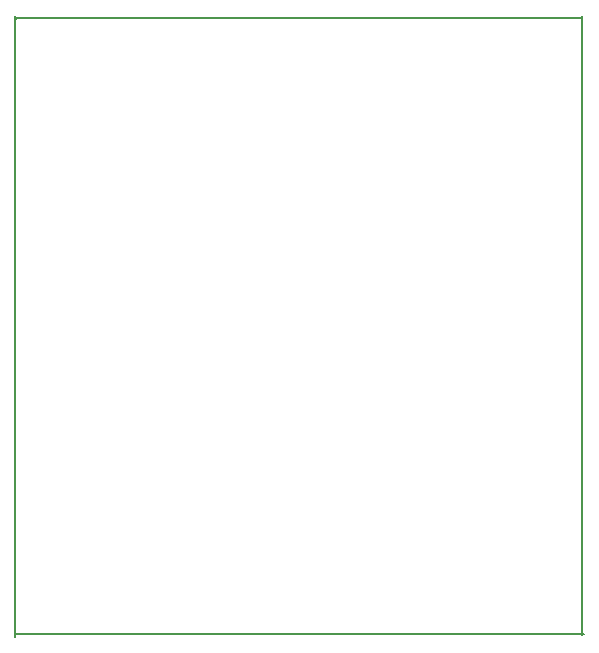
<source format=gm1>
G04 #@! TF.FileFunction,Profile,NP*
%FSLAX46Y46*%
G04 Gerber Fmt 4.6, Leading zero omitted, Abs format (unit mm)*
G04 Created by KiCad (PCBNEW 4.0.5+dfsg1-4) date Sat Feb 18 23:12:04 2017*
%MOMM*%
%LPD*%
G01*
G04 APERTURE LIST*
%ADD10C,0.100000*%
%ADD11C,0.150000*%
G04 APERTURE END LIST*
D10*
D11*
X125500000Y-72200000D02*
X125500000Y-72300000D01*
X173400000Y-72200000D02*
X125500000Y-72200000D01*
X173400000Y-124500000D02*
X173400000Y-72100000D01*
X125500000Y-124400000D02*
X173600000Y-124400000D01*
X125400000Y-72100000D02*
X125400000Y-124600000D01*
M02*

</source>
